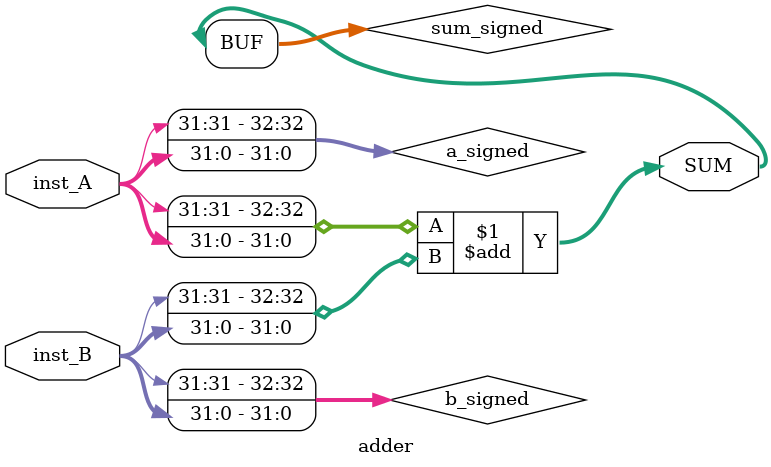
<source format=v>


// The result of translation follows.  Its copyright status should be
// considered unchanged from the original VHDL.

// no timescale needed

module adder(
input wire [inst_width - 1:0] inst_A,
input wire [inst_width - 1:0] inst_B,
output wire [inst_width:0] SUM
);

parameter [31:0] inst_width=32;



wire [inst_width:0] a_signed; wire [inst_width:0] b_signed; wire [inst_width:0] sum_signed;

  assign a_signed = {inst_A[inst_width - 1],inst_A};
  assign b_signed = {inst_B[inst_width - 1],inst_B};
  assign sum_signed = a_signed + b_signed;
  assign SUM = (sum_signed);

endmodule

</source>
